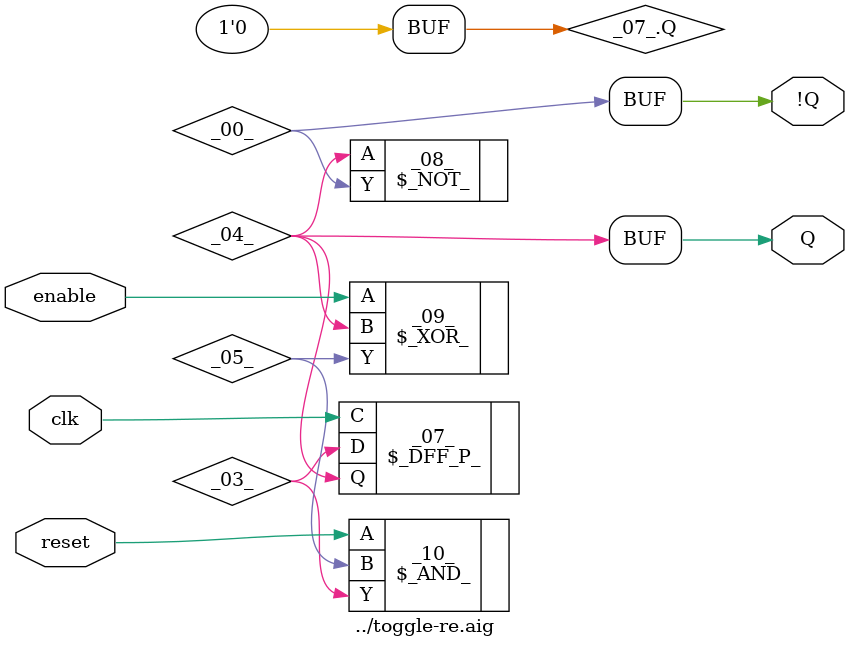
<source format=v>
/* Generated by Yosys 0.8+316 (git sha1 57c2763f, clang 4.0.1-6 -fPIC -Os) */

module \../toggle-re.aig (Q, clk, reset, \!Q , enable);
  wire _00_;
  wire _01_;
  wire _02_;
  wire _03_;
  wire _04_;
  wire _05_;
  wire _06_;
  output \!Q ;
  output Q;
  input clk;
  input enable;
  wire n1_inv;
  wire n4;
  wire n4_inv;
  wire n5;
  wire n5_inv;
  wire n6;
  wire n7;
  input reset;
  \$_DFF_P_  _07_ (
    .C(clk),
    .D(_03_),
    .Q(_04_)
  );
  initial _07_.Q = 1'h0;
  \$_NOT_  _08_ (
    .A(_04_),
    .Y(_00_)
  );
  \$_XOR_  _09_ (
    .A(_02_),
    .B(_04_),
    .Y(_05_)
  );
  \$_AND_  _10_ (
    .A(_06_),
    .B(_05_),
    .Y(_03_)
  );
  assign _01_ = _04_;
  assign Q = _01_;
  assign _06_ = reset;
  assign _02_ = enable;
  assign \!Q  = _00_;
endmodule

</source>
